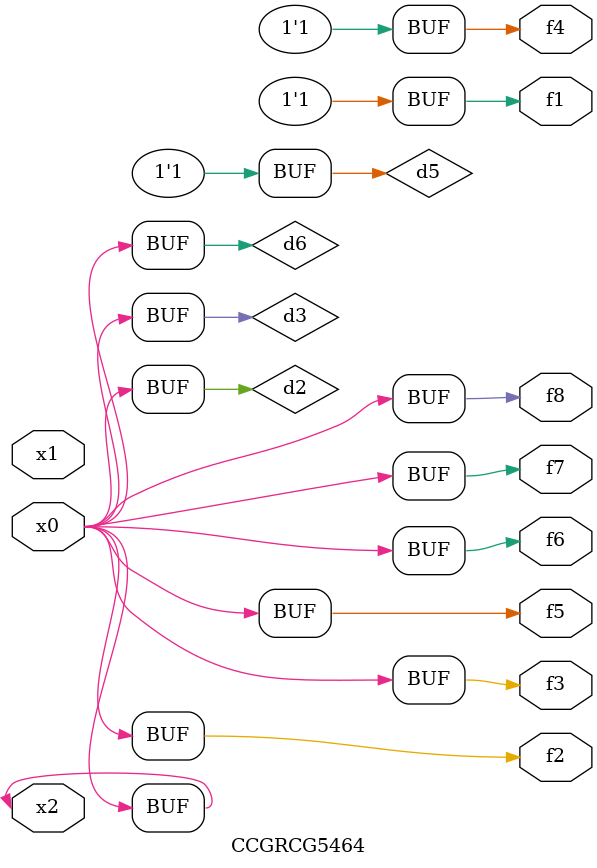
<source format=v>
module CCGRCG5464(
	input x0, x1, x2,
	output f1, f2, f3, f4, f5, f6, f7, f8
);

	wire d1, d2, d3, d4, d5, d6;

	xnor (d1, x2);
	buf (d2, x0, x2);
	and (d3, x0);
	xnor (d4, x1, x2);
	nand (d5, d1, d3);
	buf (d6, d2, d3);
	assign f1 = d5;
	assign f2 = d6;
	assign f3 = d6;
	assign f4 = d5;
	assign f5 = d6;
	assign f6 = d6;
	assign f7 = d6;
	assign f8 = d6;
endmodule

</source>
